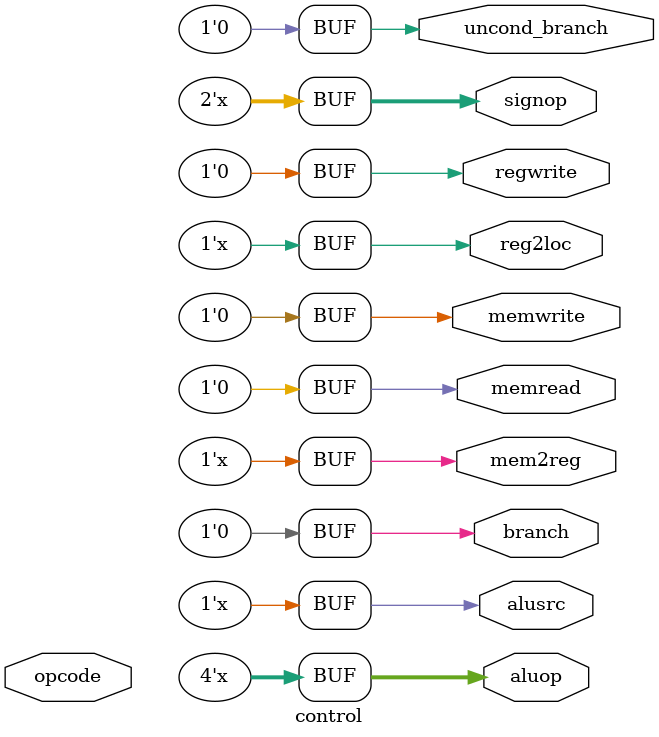
<source format=v>
`define OPCODE_ANDREG 11'b?0001010???
`define OPCODE_ORRREG 11'b?0101010???
`define OPCODE_ADDREG 11'b?0?01011???
`define OPCODE_SUBREG 11'b?1?01011???

`define OPCODE_ADDIMM 11'b?0?10001???
`define OPCODE_SUBIMM 11'b?1?10001???

`define OPCODE_MOVZ   11'b110100101??

`define OPCODE_B      11'b?00101?????
`define OPCODE_CBZ    11'b?011010????

`define OPCODE_LDUR   11'b??111000010
`define OPCODE_STUR   11'b??111000000

module control(
    output reg reg2loc,
    output reg alusrc,
    output reg mem2reg,
    output reg regwrite,
    output reg memread,
    output reg memwrite,
    output reg branch,
    output reg uncond_branch,
    output reg [3:0] aluop,
    output reg [1:0] signop,
    input [10:0] opcode
);

always @(*)
begin
    casez (opcode)

        /* Add cases here for each instruction your processor supports */

        default:
        begin
            reg2loc       <= 1'bx;
            alusrc        <= 1'bx;
            mem2reg       <= 1'bx;
            regwrite      <= 1'b0;
            memread       <= 1'b0;
            memwrite      <= 1'b0;
            branch        <= 1'b0;
            uncond_branch <= 1'b0;
            aluop         <= 4'bxxxx;
            signop        <= 2'bxx;
        end
    endcase
end

endmodule


</source>
